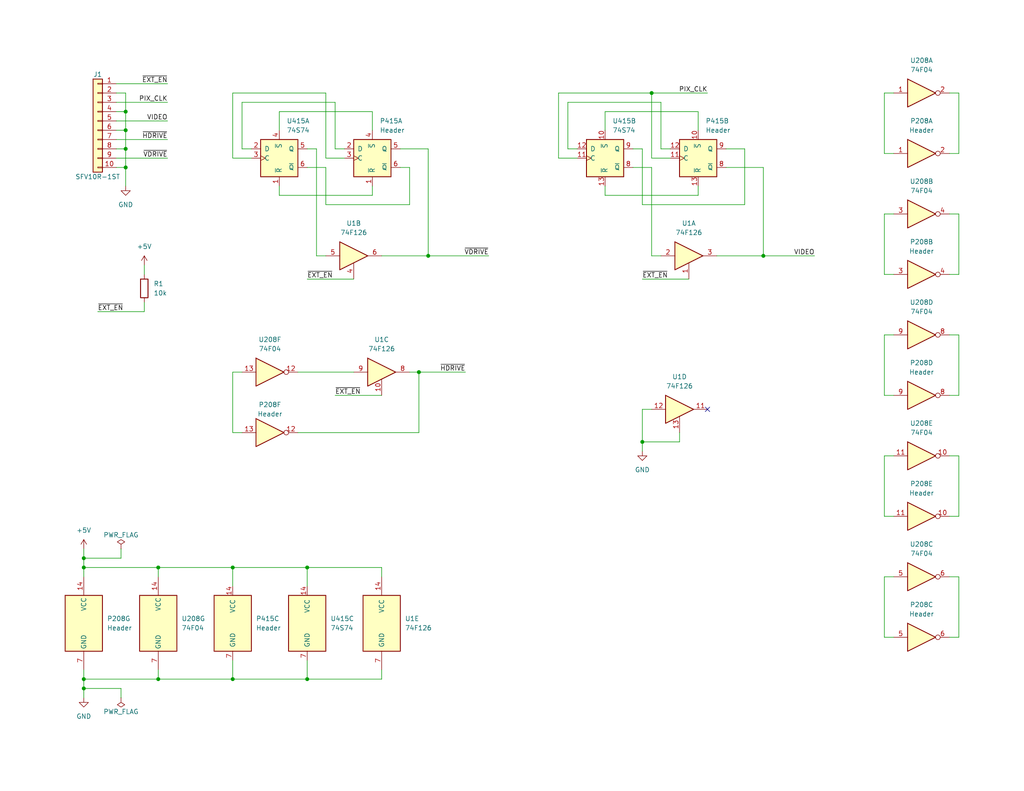
<source format=kicad_sch>
(kicad_sch (version 20211123) (generator eeschema)
  (paper "USLetter")
  (title_block (title "1240-Pi Display Board Mod") (date "2022-05-21") (rev "1.1") (company "© 2022 Sam Hanes, licensed under CERN-OHL-S v2+") (comment 1 "https://github.com/Elemecca/1240pi"))
  (lib_symbols
    (symbol "74xx:74HC04"
      (property "Reference" "U" (at 0 1.27 0))
      (property "Value" "74HC04" (at 0 -1.27 0))
      (symbol "74HC04_1_0"
        (polyline (pts (xy -3.81 3.81) (xy -3.81 -3.81) (xy 3.81 0) (xy -3.81 3.81)) (stroke (width 0.254)) (fill (type background)))
        (pin input line (at -7.62 0 0) (length 3.81) (name "~") (number "1"))
        (pin output inverted (at 7.62 0 180) (length 3.81) (name "~") (number "2"))
      )
      (symbol "74HC04_2_0"
        (polyline (pts (xy -3.81 3.81) (xy -3.81 -3.81) (xy 3.81 0) (xy -3.81 3.81)) (stroke (width 0.254)) (fill (type background)))
        (pin input line (at -7.62 0 0) (length 3.81) (name "~") (number "3"))
        (pin output inverted (at 7.62 0 180) (length 3.81) (name "~") (number "4"))
      )
      (symbol "74HC04_3_0"
        (polyline (pts (xy -3.81 3.81) (xy -3.81 -3.81) (xy 3.81 0) (xy -3.81 3.81)) (stroke (width 0.254)) (fill (type background)))
        (pin input line (at -7.62 0 0) (length 3.81) (name "~") (number "5"))
        (pin output inverted (at 7.62 0 180) (length 3.81) (name "~") (number "6"))
      )
      (symbol "74HC04_4_0"
        (polyline (pts (xy -3.81 3.81) (xy -3.81 -3.81) (xy 3.81 0) (xy -3.81 3.81)) (stroke (width 0.254)) (fill (type background)))
        (pin output inverted (at 7.62 0 180) (length 3.81) (name "~") (number "8"))
        (pin input line (at -7.62 0 0) (length 3.81) (name "~") (number "9"))
      )
      (symbol "74HC04_5_0"
        (polyline (pts (xy -3.81 3.81) (xy -3.81 -3.81) (xy 3.81 0) (xy -3.81 3.81)) (stroke (width 0.254)) (fill (type background)))
        (pin output inverted (at 7.62 0 180) (length 3.81) (name "~") (number "10"))
        (pin input line (at -7.62 0 0) (length 3.81) (name "~") (number "11"))
      )
      (symbol "74HC04_6_0"
        (polyline (pts (xy -3.81 3.81) (xy -3.81 -3.81) (xy 3.81 0) (xy -3.81 3.81)) (stroke (width 0.254)) (fill (type background)))
        (pin output inverted (at 7.62 0 180) (length 3.81) (name "~") (number "12"))
        (pin input line (at -7.62 0 0) (length 3.81) (name "~") (number "13"))
      )
      (symbol "74HC04_7_0"
        (pin power_in line (at 0 12.7 270) (length 5.08) (name "VCC") (number "14"))
        (pin power_in line (at 0 -12.7 90) (length 5.08) (name "GND") (number "7"))
      )
      (symbol "74HC04_7_1"
        (rectangle (start -5.08 7.62) (end 5.08 -7.62) (stroke (width 0.254)) (fill (type background)))
      )
    )
    (symbol "74xx:74HC74" (pin_names (offset 1.016))
      (property "Reference" "U" (at -7.62 8.89 0))
      (property "Value" "74HC74" (at -7.62 -8.89 0))
      (symbol "74HC74_1_0"
        (pin input line (at 0 -7.62 90) (length 2.54) (name "~{R}") (number "1"))
        (pin input line (at -7.62 2.54 0) (length 2.54) (name "D") (number "2"))
        (pin input clock (at -7.62 0 0) (length 2.54) (name "C") (number "3"))
        (pin input line (at 0 7.62 270) (length 2.54) (name "~{S}") (number "4"))
        (pin output line (at 7.62 2.54 180) (length 2.54) (name "Q") (number "5"))
        (pin output line (at 7.62 -2.54 180) (length 2.54) (name "~{Q}") (number "6"))
      )
      (symbol "74HC74_1_1"
        (rectangle (start -5.08 5.08) (end 5.08 -5.08) (stroke (width 0.254)) (fill (type background)))
      )
      (symbol "74HC74_2_0"
        (pin input line (at 0 7.62 270) (length 2.54) (name "~{S}") (number "10"))
        (pin input clock (at -7.62 0 0) (length 2.54) (name "C") (number "11"))
        (pin input line (at -7.62 2.54 0) (length 2.54) (name "D") (number "12"))
        (pin input line (at 0 -7.62 90) (length 2.54) (name "~{R}") (number "13"))
        (pin output line (at 7.62 -2.54 180) (length 2.54) (name "~{Q}") (number "8"))
        (pin output line (at 7.62 2.54 180) (length 2.54) (name "Q") (number "9"))
      )
      (symbol "74HC74_2_1"
        (rectangle (start -5.08 5.08) (end 5.08 -5.08) (stroke (width 0.254)) (fill (type background)))
      )
      (symbol "74HC74_3_0"
        (pin power_in line (at 0 10.16 270) (length 2.54) (name "VCC") (number "14"))
        (pin power_in line (at 0 -10.16 90) (length 2.54) (name "GND") (number "7"))
      )
      (symbol "74HC74_3_1"
        (rectangle (start -5.08 7.62) (end 5.08 -7.62) (stroke (width 0.254)) (fill (type background)))
      )
    )
    (symbol "74xx:74LS126" (pin_names (offset 1.016))
      (property "Reference" "U" (at 0 1.27 0))
      (property "Value" "74LS126" (at 0 -1.27 0))
      (symbol "74LS126_1_0"
        (polyline (pts (xy -3.81 3.81) (xy -3.81 -3.81) (xy 3.81 0) (xy -3.81 3.81)) (stroke (width 0.254)) (fill (type background)))
        (pin input line (at 0 -6.35 90) (length 4.445) (name "~") (number "1"))
        (pin input line (at -7.62 0 0) (length 3.81) (name "~") (number "2"))
        (pin tri_state line (at 7.62 0 180) (length 3.81) (name "~") (number "3"))
      )
      (symbol "74LS126_2_0"
        (polyline (pts (xy -3.81 3.81) (xy -3.81 -3.81) (xy 3.81 0) (xy -3.81 3.81)) (stroke (width 0.254)) (fill (type background)))
        (pin input line (at 0 -6.35 90) (length 4.445) (name "~") (number "4"))
        (pin input line (at -7.62 0 0) (length 3.81) (name "~") (number "5"))
        (pin tri_state line (at 7.62 0 180) (length 3.81) (name "~") (number "6"))
      )
      (symbol "74LS126_3_0"
        (polyline (pts (xy -3.81 3.81) (xy -3.81 -3.81) (xy 3.81 0) (xy -3.81 3.81)) (stroke (width 0.254)) (fill (type background)))
        (pin input line (at 0 -6.35 90) (length 4.445) (name "~") (number "10"))
        (pin tri_state line (at 7.62 0 180) (length 3.81) (name "~") (number "8"))
        (pin input line (at -7.62 0 0) (length 3.81) (name "~") (number "9"))
      )
      (symbol "74LS126_4_0"
        (polyline (pts (xy -3.81 3.81) (xy -3.81 -3.81) (xy 3.81 0) (xy -3.81 3.81)) (stroke (width 0.254)) (fill (type background)))
        (pin tri_state line (at 7.62 0 180) (length 3.81) (name "~") (number "11"))
        (pin input line (at -7.62 0 0) (length 3.81) (name "~") (number "12"))
        (pin input line (at 0 -6.35 90) (length 4.445) (name "~") (number "13"))
      )
      (symbol "74LS126_5_0"
        (pin power_in line (at 0 12.7 270) (length 5.08) (name "VCC") (number "14"))
        (pin power_in line (at 0 -12.7 90) (length 5.08) (name "GND") (number "7"))
      )
      (symbol "74LS126_5_1"
        (rectangle (start -5.08 7.62) (end 5.08 -7.62) (stroke (width 0.254)) (fill (type background)))
      )
    )
    (symbol "Connector_Generic:Conn_01x10" (pin_names (offset 1.016) hide)
      (property "Reference" "J" (at 0 12.7 0))
      (property "Value" "Conn_01x10" (at 0 -15.24 0))
      (symbol "Conn_01x10_1_1"
        (rectangle (start -1.27 -12.573) (end 0 -12.827) (stroke (width 0.1524)))
        (rectangle (start -1.27 -10.033) (end 0 -10.287) (stroke (width 0.1524)))
        (rectangle (start -1.27 -7.493) (end 0 -7.747) (stroke (width 0.1524)))
        (rectangle (start -1.27 -4.953) (end 0 -5.207) (stroke (width 0.1524)))
        (rectangle (start -1.27 -2.413) (end 0 -2.667) (stroke (width 0.1524)))
        (rectangle (start -1.27 0.127) (end 0 -0.127) (stroke (width 0.1524)))
        (rectangle (start -1.27 2.667) (end 0 2.413) (stroke (width 0.1524)))
        (rectangle (start -1.27 5.207) (end 0 4.953) (stroke (width 0.1524)))
        (rectangle (start -1.27 7.747) (end 0 7.493) (stroke (width 0.1524)))
        (rectangle (start -1.27 10.287) (end 0 10.033) (stroke (width 0.1524)))
        (rectangle (start -1.27 11.43) (end 1.27 -13.97) (stroke (width 0.254)) (fill (type background)))
        (pin passive line (at -5.08 10.16 0) (length 3.81) (name "Pin_1") (number "1"))
        (pin passive line (at -5.08 -12.7 0) (length 3.81) (name "Pin_10") (number "10"))
        (pin passive line (at -5.08 7.62 0) (length 3.81) (name "Pin_2") (number "2"))
        (pin passive line (at -5.08 5.08 0) (length 3.81) (name "Pin_3") (number "3"))
        (pin passive line (at -5.08 2.54 0) (length 3.81) (name "Pin_4") (number "4"))
        (pin passive line (at -5.08 0 0) (length 3.81) (name "Pin_5") (number "5"))
        (pin passive line (at -5.08 -2.54 0) (length 3.81) (name "Pin_6") (number "6"))
        (pin passive line (at -5.08 -5.08 0) (length 3.81) (name "Pin_7") (number "7"))
        (pin passive line (at -5.08 -7.62 0) (length 3.81) (name "Pin_8") (number "8"))
        (pin passive line (at -5.08 -10.16 0) (length 3.81) (name "Pin_9") (number "9"))
      )
    )
    (symbol "Device:R" (pin_numbers hide) (pin_names (offset 0))
      (property "Reference" "R" (at 2.032 0 90))
      (property "Value" "R" (at 0 0 90))
      (symbol "R_0_1"
        (rectangle (start -1.016 -2.54) (end 1.016 2.54) (stroke (width 0.254)))
      )
      (symbol "R_1_1"
        (pin passive line (at 0 3.81 270) (length 1.27) (name "~") (number "1"))
        (pin passive line (at 0 -3.81 90) (length 1.27) (name "~") (number "2"))
      )
    )
    (symbol "power:+5V" (power) (pin_names (offset 0))
      (property "Value" "+5V" (at 0 3.556 0))
      (symbol "+5V_0_1"
        (polyline (pts (xy -0.762 1.27) (xy 0 2.54)))
        (polyline (pts (xy 0 0) (xy 0 2.54)))
        (polyline (pts (xy 0 2.54) (xy 0.762 1.27)))
      )
      (symbol "+5V_1_1"
        (pin power_in line (at 0 0 90) (length 0) hide (name "+5V") (number "1"))
      )
    )
    (symbol "power:GND" (power) (pin_names (offset 0))
      (property "Value" "GND" (at 0 -3.81 0))
      (symbol "GND_0_1"
        (polyline (pts (xy 0 0) (xy 0 -1.27) (xy 1.27 -1.27) (xy 0 -2.54) (xy -1.27 -1.27) (xy 0 -1.27)))
      )
      (symbol "GND_1_1"
        (pin power_in line (at 0 0 270) (length 0) hide (name "GND") (number "1"))
      )
    )
    (symbol "power:PWR_FLAG" (power) (pin_numbers hide) (pin_names (offset 0) hide)
      (property "Value" "PWR_FLAG" (at 0 3.81 0))
      (symbol "PWR_FLAG_0_0"
        (pin power_out line (at 0 0 90) (length 0) (name "pwr") (number "1"))
      )
      (symbol "PWR_FLAG_0_1"
        (polyline (pts (xy 0 0) (xy 0 1.27) (xy -1.016 1.905) (xy 0 2.54) (xy 1.016 1.905) (xy 0 1.27)))
      )
    )
  )
  (junction (at 22.86 187.96))
  (junction (at 34.29 30.48))
  (junction (at 34.29 35.56))
  (junction (at 63.5 154.94))
  (junction (at 116.84 69.85))
  (junction (at 83.82 185.42))
  (junction (at 22.86 152.4))
  (junction (at 34.29 40.64))
  (junction (at 175.26 120.65))
  (junction (at 22.86 185.42))
  (junction (at 208.28 69.85))
  (junction (at 114.3 101.6))
  (junction (at 83.82 154.94))
  (junction (at 22.86 154.94))
  (junction (at 34.29 45.72))
  (junction (at 177.8 25.4))
  (junction (at 43.18 154.94))
  (junction (at 63.5 185.42))
  (junction (at 43.18 185.42))
  (no_connect (at 193.04 111.76))
  (wire (pts (xy 31.75 33.02) (xy 45.72 33.02)))
  (wire (pts (xy 177.8 25.4) (xy 177.8 43.18)))
  (wire (pts (xy 88.9 43.18) (xy 93.98 43.18)))
  (wire (pts (xy 34.29 35.56) (xy 34.29 30.48)))
  (wire (pts (xy 86.36 40.64) (xy 83.82 40.64)))
  (wire (pts (xy 22.86 182.88) (xy 22.86 185.42)))
  (wire (pts (xy 63.5 154.94) (xy 63.5 160.02)))
  (wire (pts (xy 175.26 40.64) (xy 175.26 55.88)))
  (wire (pts (xy 88.9 55.88) (xy 111.76 55.88)))
  (wire (pts (xy 91.44 27.94) (xy 91.44 40.64)))
  (wire (pts (xy 34.29 40.64) (xy 34.29 35.56)))
  (wire (pts (xy 190.5 30.48) (xy 190.5 35.56)))
  (wire (pts (xy 243.84 91.44) (xy 241.3 91.44)))
  (wire (pts (xy 63.5 185.42) (xy 83.82 185.42)))
  (wire (pts (xy 243.84 58.42) (xy 241.3 58.42)))
  (wire (pts (xy 175.26 55.88) (xy 203.2 55.88)))
  (wire (pts (xy 243.84 25.4) (xy 241.3 25.4)))
  (wire (pts (xy 241.3 107.95) (xy 243.84 107.95)))
  (wire (pts (xy 33.02 190.5) (xy 33.02 187.96)))
  (wire (pts (xy 241.3 124.46) (xy 241.3 140.97)))
  (wire (pts (xy 31.75 35.56) (xy 34.29 35.56)))
  (wire (pts (xy 83.82 45.72) (xy 88.9 45.72)))
  (wire (pts (xy 31.75 38.1) (xy 45.72 38.1)))
  (wire (pts (xy 76.2 53.34) (xy 101.6 53.34)))
  (wire (pts (xy 88.9 45.72) (xy 88.9 55.88)))
  (wire (pts (xy 261.62 173.99) (xy 261.62 157.48)))
  (wire (pts (xy 180.34 27.94) (xy 180.34 40.64)))
  (wire (pts (xy 83.82 154.94) (xy 104.14 154.94)))
  (wire (pts (xy 116.84 40.64) (xy 109.22 40.64)))
  (wire (pts (xy 83.82 154.94) (xy 83.82 160.02)))
  (wire (pts (xy 177.8 45.72) (xy 177.8 69.85)))
  (wire (pts (xy 190.5 53.34) (xy 190.5 50.8)))
  (wire (pts (xy 22.86 185.42) (xy 43.18 185.42)))
  (wire (pts (xy 63.5 101.6) (xy 63.5 118.11)))
  (wire (pts (xy 104.14 185.42) (xy 104.14 182.88)))
  (wire (pts (xy 63.5 25.4) (xy 88.9 25.4)))
  (wire (pts (xy 33.02 187.96) (xy 22.86 187.96)))
  (wire (pts (xy 114.3 101.6) (xy 111.76 101.6)))
  (wire (pts (xy 259.08 107.95) (xy 261.62 107.95)))
  (wire (pts (xy 154.94 40.64) (xy 154.94 27.94)))
  (wire (pts (xy 91.44 107.95) (xy 104.14 107.95)))
  (wire (pts (xy 261.62 41.91) (xy 259.08 41.91)))
  (wire (pts (xy 63.5 43.18) (xy 63.5 25.4)))
  (wire (pts (xy 175.26 111.76) (xy 177.8 111.76)))
  (wire (pts (xy 63.5 154.94) (xy 83.82 154.94)))
  (wire (pts (xy 185.42 120.65) (xy 185.42 118.11)))
  (wire (pts (xy 43.18 154.94) (xy 63.5 154.94)))
  (wire (pts (xy 34.29 30.48) (xy 34.29 25.4)))
  (wire (pts (xy 114.3 118.11) (xy 114.3 101.6)))
  (wire (pts (xy 76.2 50.8) (xy 76.2 53.34)))
  (wire (pts (xy 76.2 35.56) (xy 76.2 30.48)))
  (wire (pts (xy 63.5 180.34) (xy 63.5 185.42)))
  (wire (pts (xy 39.37 72.39) (xy 39.37 74.93)))
  (wire (pts (xy 83.82 180.34) (xy 83.82 185.42)))
  (wire (pts (xy 243.84 124.46) (xy 241.3 124.46)))
  (wire (pts (xy 101.6 53.34) (xy 101.6 50.8)))
  (wire (pts (xy 241.3 25.4) (xy 241.3 41.91)))
  (wire (pts (xy 34.29 45.72) (xy 34.29 40.64)))
  (wire (pts (xy 208.28 45.72) (xy 208.28 69.85)))
  (wire (pts (xy 31.75 22.86) (xy 45.72 22.86)))
  (wire (pts (xy 43.18 182.88) (xy 43.18 185.42)))
  (wire (pts (xy 63.5 118.11) (xy 66.04 118.11)))
  (wire (pts (xy 43.18 185.42) (xy 63.5 185.42)))
  (wire (pts (xy 66.04 40.64) (xy 66.04 27.94)))
  (wire (pts (xy 104.14 154.94) (xy 104.14 157.48)))
  (wire (pts (xy 31.75 43.18) (xy 45.72 43.18)))
  (wire (pts (xy 261.62 157.48) (xy 259.08 157.48)))
  (wire (pts (xy 261.62 58.42) (xy 261.62 74.93)))
  (wire (pts (xy 86.36 40.64) (xy 86.36 69.85)))
  (wire (pts (xy 165.1 50.8) (xy 165.1 53.34)))
  (wire (pts (xy 66.04 101.6) (xy 63.5 101.6)))
  (wire (pts (xy 177.8 25.4) (xy 193.04 25.4)))
  (wire (pts (xy 241.3 140.97) (xy 243.84 140.97)))
  (wire (pts (xy 22.86 149.86) (xy 22.86 152.4)))
  (wire (pts (xy 198.12 45.72) (xy 208.28 45.72)))
  (wire (pts (xy 76.2 30.48) (xy 101.6 30.48)))
  (wire (pts (xy 81.28 118.11) (xy 114.3 118.11)))
  (wire (pts (xy 261.62 107.95) (xy 261.62 91.44)))
  (wire (pts (xy 114.3 101.6) (xy 127 101.6)))
  (wire (pts (xy 241.3 41.91) (xy 243.84 41.91)))
  (wire (pts (xy 259.08 25.4) (xy 261.62 25.4)))
  (wire (pts (xy 157.48 40.64) (xy 154.94 40.64)))
  (wire (pts (xy 66.04 27.94) (xy 91.44 27.94)))
  (wire (pts (xy 81.28 101.6) (xy 96.52 101.6)))
  (wire (pts (xy 152.4 25.4) (xy 177.8 25.4)))
  (wire (pts (xy 22.86 185.42) (xy 22.86 187.96)))
  (wire (pts (xy 39.37 82.55) (xy 39.37 85.09)))
  (wire (pts (xy 86.36 69.85) (xy 88.9 69.85)))
  (wire (pts (xy 175.26 76.2) (xy 187.96 76.2)))
  (wire (pts (xy 208.28 69.85) (xy 222.25 69.85)))
  (wire (pts (xy 259.08 58.42) (xy 261.62 58.42)))
  (wire (pts (xy 261.62 140.97) (xy 259.08 140.97)))
  (wire (pts (xy 152.4 43.18) (xy 157.48 43.18)))
  (wire (pts (xy 104.14 69.85) (xy 116.84 69.85)))
  (wire (pts (xy 116.84 69.85) (xy 133.35 69.85)))
  (wire (pts (xy 68.58 43.18) (xy 63.5 43.18)))
  (wire (pts (xy 241.3 173.99) (xy 243.84 173.99)))
  (wire (pts (xy 111.76 45.72) (xy 109.22 45.72)))
  (wire (pts (xy 43.18 154.94) (xy 43.18 157.48)))
  (wire (pts (xy 31.75 45.72) (xy 34.29 45.72)))
  (wire (pts (xy 172.72 40.64) (xy 175.26 40.64)))
  (wire (pts (xy 22.86 157.48) (xy 22.86 154.94)))
  (wire (pts (xy 31.75 40.64) (xy 34.29 40.64)))
  (wire (pts (xy 68.58 40.64) (xy 66.04 40.64)))
  (wire (pts (xy 172.72 45.72) (xy 177.8 45.72)))
  (wire (pts (xy 116.84 40.64) (xy 116.84 69.85)))
  (wire (pts (xy 243.84 157.48) (xy 241.3 157.48)))
  (wire (pts (xy 175.26 120.65) (xy 175.26 123.19)))
  (wire (pts (xy 175.26 120.65) (xy 185.42 120.65)))
  (wire (pts (xy 154.94 27.94) (xy 180.34 27.94)))
  (wire (pts (xy 91.44 40.64) (xy 93.98 40.64)))
  (wire (pts (xy 241.3 157.48) (xy 241.3 173.99)))
  (wire (pts (xy 259.08 124.46) (xy 261.62 124.46)))
  (wire (pts (xy 152.4 43.18) (xy 152.4 25.4)))
  (wire (pts (xy 34.29 50.8) (xy 34.29 45.72)))
  (wire (pts (xy 83.82 76.2) (xy 96.52 76.2)))
  (wire (pts (xy 33.02 152.4) (xy 22.86 152.4)))
  (wire (pts (xy 22.86 187.96) (xy 22.86 190.5)))
  (wire (pts (xy 198.12 40.64) (xy 203.2 40.64)))
  (wire (pts (xy 175.26 111.76) (xy 175.26 120.65)))
  (wire (pts (xy 241.3 91.44) (xy 241.3 107.95)))
  (wire (pts (xy 31.75 27.94) (xy 45.72 27.94)))
  (wire (pts (xy 31.75 30.48) (xy 34.29 30.48)))
  (wire (pts (xy 261.62 25.4) (xy 261.62 41.91)))
  (wire (pts (xy 259.08 74.93) (xy 261.62 74.93)))
  (wire (pts (xy 111.76 55.88) (xy 111.76 45.72)))
  (wire (pts (xy 195.58 69.85) (xy 208.28 69.85)))
  (wire (pts (xy 203.2 55.88) (xy 203.2 40.64)))
  (wire (pts (xy 22.86 152.4) (xy 22.86 154.94)))
  (wire (pts (xy 33.02 149.86) (xy 33.02 152.4)))
  (wire (pts (xy 241.3 74.93) (xy 243.84 74.93)))
  (wire (pts (xy 22.86 154.94) (xy 43.18 154.94)))
  (wire (pts (xy 165.1 30.48) (xy 190.5 30.48)))
  (wire (pts (xy 259.08 173.99) (xy 261.62 173.99)))
  (wire (pts (xy 83.82 185.42) (xy 104.14 185.42)))
  (wire (pts (xy 261.62 91.44) (xy 259.08 91.44)))
  (wire (pts (xy 26.67 85.09) (xy 39.37 85.09)))
  (wire (pts (xy 180.34 40.64) (xy 182.88 40.64)))
  (wire (pts (xy 101.6 30.48) (xy 101.6 35.56)))
  (wire (pts (xy 261.62 124.46) (xy 261.62 140.97)))
  (wire (pts (xy 34.29 25.4) (xy 31.75 25.4)))
  (wire (pts (xy 177.8 69.85) (xy 180.34 69.85)))
  (wire (pts (xy 177.8 43.18) (xy 182.88 43.18)))
  (wire (pts (xy 165.1 53.34) (xy 190.5 53.34)))
  (wire (pts (xy 165.1 35.56) (xy 165.1 30.48)))
  (wire (pts (xy 88.9 25.4) (xy 88.9 43.18)))
  (wire (pts (xy 241.3 58.42) (xy 241.3 74.93)))
  (label "VIDEO" (at 45.72 33.02 180))
  (label "PIX_CLK" (at 45.72 27.94 180))
  (label "~{EXT_EN}" (at 91.44 107.95 0))
  (label "PIX_CLK" (at 193.04 25.4 180))
  (label "~{HDRIVE}" (at 45.72 38.1 180))
  (label "~{VDRIVE}" (at 133.35 69.85 180))
  (label "~{EXT_EN}" (at 45.72 22.86 180))
  (label "~{VDRIVE}" (at 45.72 43.18 180))
  (label "VIDEO" (at 222.25 69.85 180))
  (label "~{EXT_EN}" (at 83.82 76.2 0))
  (label "~{EXT_EN}" (at 175.26 76.2 0))
  (label "~{HDRIVE}" (at 127 101.6 180))
  (label "~{EXT_EN}" (at 26.67 85.09 0))
  (symbol (lib_id "74xx:74HC04") (at 251.46 124.46 0) (unit 5)
    (property "Reference" "U208" (at 251.46 115.57 0))
    (property "Value" "74F04" (at 251.46 118.11 0))
    (property "Footprint" "Package_DIP:DIP-14_W7.62mm" (effects hide))
    (property "Datasheet" "https://www.ti.com/lit/ds/symlink/sn74f04.pdf" (effects hide))
  )
  (symbol (lib_id "74xx:74HC04") (at 22.86 170.18 0) (unit 7)
    (property "Reference" "P208" (at 29.21 168.9099 0) (effects (justify left)))
    (property "Value" "Header" (at 29.21 171.4499 0) (effects (justify left)))
    (property "Footprint" "Package_DIP:DIP-14_W7.62mm" (effects hide))
    (property "Datasheet" "https://assets.nexperia.com/documents/data-sheet/74HC_HCT04.pdf" (effects hide))
  )
  (symbol (lib_id "74xx:74HC04") (at 251.46 173.99 0) (unit 3)
    (property "Reference" "P208" (at 251.46 165.1 0))
    (property "Value" "Header" (at 251.46 167.64 0))
    (property "Footprint" "Package_DIP:DIP-14_W7.62mm" (effects hide))
    (property "Datasheet" "https://assets.nexperia.com/documents/data-sheet/74HC_HCT04.pdf" (effects hide))
  )
  (symbol (lib_id "power:+5V") (at 22.86 149.86 0) (unit 1)
    (property "Reference" "#PWR0102" (effects hide))
    (property "Value" "+5V" (at 22.86 144.78 0))
  )
  (symbol (lib_id "74xx:74HC04") (at 251.46 140.97 0) (unit 5)
    (property "Reference" "P208" (at 251.46 132.08 0))
    (property "Value" "Header" (at 251.46 134.62 0))
    (property "Footprint" "Package_DIP:DIP-14_W7.62mm" (effects hide))
    (property "Datasheet" "https://assets.nexperia.com/documents/data-sheet/74HC_HCT04.pdf" (effects hide))
  )
  (symbol (lib_id "power:GND") (at 22.86 190.5 0) (unit 1)
    (property "Reference" "#PWR0101" (effects hide))
    (property "Value" "GND" (at 22.86 195.58 0))
  )
  (symbol (lib_id "74xx:74HC74") (at 63.5 170.18 0) (unit 3)
    (property "Reference" "P415" (at 69.85 168.9099 0) (effects (justify left)))
    (property "Value" "Header" (at 69.85 171.4499 0) (effects (justify left)))
    (property "Footprint" "Package_DIP:DIP-14_W7.62mm" (effects hide))
    (property "Datasheet" "74xx/74hc_hct74.pdf" (effects hide))
  )
  (symbol (lib_id "74xx:74HC74") (at 83.82 170.18 0) (unit 3)
    (property "Reference" "U415" (at 90.17 168.9099 0) (effects (justify left)))
    (property "Value" "74S74" (at 90.17 171.4499 0) (effects (justify left)))
    (property "Footprint" "Package_DIP:DIP-14_W7.62mm" (effects hide))
    (property "Datasheet" "https://www.ti.com/lit/ds/symlink/sn74s74.pdf" (effects hide))
  )
  (symbol (lib_id "74xx:74HC04") (at 251.46 107.95 0) (unit 4)
    (property "Reference" "P208" (at 251.46 99.06 0))
    (property "Value" "Header" (at 251.46 101.6 0))
    (property "Footprint" "Package_DIP:DIP-14_W7.62mm" (effects hide))
    (property "Datasheet" "https://assets.nexperia.com/documents/data-sheet/74HC_HCT04.pdf" (effects hide))
  )
  (symbol (lib_id "74xx:74HC74") (at 190.5 43.18 0) (unit 2)
    (property "Reference" "P415" (at 192.5194 33.02 0) (effects (justify left)))
    (property "Value" "Header" (at 192.5194 35.56 0) (effects (justify left)))
    (property "Footprint" "Package_DIP:DIP-14_W7.62mm" (effects hide))
    (property "Datasheet" "74xx/74hc_hct74.pdf" (effects hide))
  )
  (symbol (lib_id "74xx:74HC04") (at 251.46 157.48 0) (unit 3)
    (property "Reference" "U208" (at 251.46 148.59 0))
    (property "Value" "74F04" (at 251.46 151.13 0))
    (property "Footprint" "Package_DIP:DIP-14_W7.62mm" (effects hide))
    (property "Datasheet" "https://www.ti.com/lit/ds/symlink/sn74f04.pdf" (effects hide))
  )
  (symbol (lib_id "74xx:74HC04") (at 251.46 91.44 0) (unit 4)
    (property "Reference" "U208" (at 251.46 82.55 0))
    (property "Value" "74F04" (at 251.46 85.09 0))
    (property "Footprint" "Package_DIP:DIP-14_W7.62mm" (effects hide))
    (property "Datasheet" "https://www.ti.com/lit/ds/symlink/sn74f04.pdf" (effects hide))
  )
  (symbol (lib_id "74xx:74HC04") (at 73.66 118.11 0) (unit 6)
    (property "Reference" "P208" (at 73.66 110.49 0))
    (property "Value" "Header" (at 73.66 113.03 0))
    (property "Footprint" "Package_DIP:DIP-14_W7.62mm" (effects hide))
    (property "Datasheet" "https://assets.nexperia.com/documents/data-sheet/74HC_HCT04.pdf" (effects hide))
  )
  (symbol (lib_id "74xx:74HC04") (at 251.46 58.42 0) (unit 2)
    (property "Reference" "U208" (at 251.46 49.53 0))
    (property "Value" "74F04" (at 251.46 52.07 0))
    (property "Footprint" "Package_DIP:DIP-14_W7.62mm" (effects hide))
    (property "Datasheet" "https://www.ti.com/lit/ds/symlink/sn74f04.pdf" (effects hide))
  )
  (symbol (lib_id "74xx:74LS126") (at 104.14 170.18 0) (unit 5)
    (property "Reference" "U1" (at 110.49 168.9099 0) (effects (justify left)))
    (property "Value" "74F126" (at 110.49 171.4499 0) (effects (justify left)))
    (property "Footprint" "Package_DIP:DIP-14_W7.62mm" (effects hide))
    (property "Datasheet" "https://www.ti.com/lit/ds/symlink/sn74f126.pdf" (effects hide))
  )
  (symbol (lib_id "power:PWR_FLAG") (at 33.02 149.86 0) (unit 1)
    (property "Reference" "#FLG0102" (effects hide))
    (property "Value" "PWR_FLAG" (at 33.02 146.05 0))
  )
  (symbol (lib_id "74xx:74HC04") (at 73.66 101.6 0) (unit 6)
    (property "Reference" "U208" (at 73.66 92.71 0))
    (property "Value" "74F04" (at 73.66 95.25 0))
    (property "Footprint" "Package_DIP:DIP-14_W7.62mm" (effects hide))
    (property "Datasheet" "https://www.ti.com/lit/ds/symlink/sn74f04.pdf" (effects hide))
  )
  (symbol (lib_id "power:GND") (at 175.26 123.19 0) (unit 1)
    (property "Reference" "#PWR0105" (effects hide))
    (property "Value" "GND" (at 175.26 128.27 0))
  )
  (symbol (lib_id "power:GND") (at 34.29 50.8 0) (unit 1)
    (property "Reference" "#PWR0104" (effects hide))
    (property "Value" "GND" (at 34.29 55.88 0))
  )
  (symbol (lib_id "74xx:74HC74") (at 76.2 43.18 0) (unit 1)
    (property "Reference" "U415" (at 78.2194 33.02 0) (effects (justify left)))
    (property "Value" "74S74" (at 78.2194 35.56 0) (effects (justify left)))
    (property "Footprint" "Package_DIP:DIP-14_W7.62mm" (effects hide))
    (property "Datasheet" "https://www.ti.com/lit/ds/symlink/sn74s74.pdf" (effects hide))
  )
  (symbol (lib_id "74xx:74LS126") (at 185.42 111.76 0) (unit 4)
    (property "Reference" "U1" (at 185.42 102.87 0))
    (property "Value" "74F126" (at 185.42 105.41 0))
    (property "Footprint" "Package_DIP:DIP-14_W7.62mm" (effects hide))
    (property "Datasheet" "https://www.ti.com/lit/ds/symlink/sn74f126.pdf" (effects hide))
  )
  (symbol (lib_id "power:PWR_FLAG") (at 33.02 190.5 180) (unit 1)
    (property "Reference" "#FLG0101" (effects hide))
    (property "Value" "PWR_FLAG" (at 33.02 194.31 0))
  )
  (symbol (lib_id "74xx:74LS126") (at 104.14 101.6 0) (unit 3)
    (property "Reference" "U1" (at 104.14 92.71 0))
    (property "Value" "74F126" (at 104.14 95.25 0))
    (property "Footprint" "Package_DIP:DIP-14_W7.62mm" (effects hide))
    (property "Datasheet" "https://www.ti.com/lit/ds/symlink/sn74f126.pdf" (effects hide))
  )
  (symbol (lib_id "74xx:74HC04") (at 251.46 25.4 0) (unit 1)
    (property "Reference" "U208" (at 251.46 16.51 0))
    (property "Value" "74F04" (at 251.46 19.05 0))
    (property "Footprint" "Package_DIP:DIP-14_W7.62mm" (effects hide))
    (property "Datasheet" "https://www.ti.com/lit/ds/symlink/sn74f04.pdf" (effects hide))
  )
  (symbol (lib_id "Device:R") (at 39.37 78.74 0) (unit 1)
    (property "Reference" "R1" (at 41.91 77.4699 0) (effects (justify left)))
    (property "Value" "10k" (at 41.91 80.0099 0) (effects (justify left)))
    (property "Footprint" "Resistor_THT:R_Axial_DIN0207_L6.3mm_D2.5mm_P10.16mm_Horizontal" (effects hide))
  )
  (symbol (lib_id "74xx:74HC74") (at 165.1 43.18 0) (unit 2)
    (property "Reference" "U415" (at 167.1194 33.02 0) (effects (justify left)))
    (property "Value" "74S74" (at 167.1194 35.56 0) (effects (justify left)))
    (property "Footprint" "Package_DIP:DIP-14_W7.62mm" (effects hide))
    (property "Datasheet" "https://www.ti.com/lit/ds/symlink/sn74s74.pdf" (effects hide))
  )
  (symbol (lib_id "power:+5V") (at 39.37 72.39 0) (unit 1)
    (property "Reference" "#PWR0103" (effects hide))
    (property "Value" "+5V" (at 39.37 67.31 0))
  )
  (symbol (lib_id "74xx:74HC74") (at 101.6 43.18 0) (unit 1)
    (property "Reference" "P415" (at 103.6194 33.02 0) (effects (justify left)))
    (property "Value" "Header" (at 103.6194 35.56 0) (effects (justify left)))
    (property "Footprint" "Package_DIP:DIP-14_W7.62mm" (effects hide))
    (property "Datasheet" "74xx/74hc_hct74.pdf" (effects hide))
  )
  (symbol (lib_id "74xx:74LS126") (at 96.52 69.85 0) (unit 2)
    (property "Reference" "U1" (at 96.52 60.96 0))
    (property "Value" "74F126" (at 96.52 63.5 0))
    (property "Footprint" "Package_DIP:DIP-14_W7.62mm" (effects hide))
    (property "Datasheet" "https://www.ti.com/lit/ds/symlink/sn74f126.pdf" (effects hide))
  )
  (symbol (lib_id "Connector_Generic:Conn_01x10") (at 26.67 33.02 0) (mirror y) (unit 1)
    (property "Reference" "J1" (at 26.67 20.32 0))
    (property "Value" "SFV10R-1ST" (at 26.67 48.26 0))
    (property "Footprint" "0Local:Amphenol_SFV10R-1ST" (effects hide))
  )
  (symbol (lib_id "74xx:74HC04") (at 251.46 74.93 0) (unit 2)
    (property "Reference" "P208" (at 251.46 66.04 0))
    (property "Value" "Header" (at 251.46 68.58 0))
    (property "Footprint" "Package_DIP:DIP-14_W7.62mm" (effects hide))
    (property "Datasheet" "https://assets.nexperia.com/documents/data-sheet/74HC_HCT04.pdf" (effects hide))
  )
  (symbol (lib_id "74xx:74LS126") (at 187.96 69.85 0) (unit 1)
    (property "Reference" "U1" (at 187.96 60.96 0))
    (property "Value" "74F126" (at 187.96 63.5 0))
    (property "Footprint" "Package_DIP:DIP-14_W7.62mm" (effects hide))
    (property "Datasheet" "https://www.ti.com/lit/ds/symlink/sn74f126.pdf" (effects hide))
  )
  (symbol (lib_id "74xx:74HC04") (at 43.18 170.18 0) (unit 7)
    (property "Reference" "U208" (at 49.53 168.9099 0) (effects (justify left)))
    (property "Value" "74F04" (at 49.53 171.4499 0) (effects (justify left)))
    (property "Footprint" "Package_DIP:DIP-14_W7.62mm" (effects hide))
    (property "Datasheet" "https://www.ti.com/lit/ds/symlink/sn74f04.pdf" (effects hide))
  )
  (symbol (lib_id "74xx:74HC04") (at 251.46 41.91 0) (unit 1)
    (property "Reference" "P208" (at 251.46 33.02 0))
    (property "Value" "Header" (at 251.46 35.56 0))
    (property "Footprint" "Package_DIP:DIP-14_W7.62mm" (effects hide))
    (property "Datasheet" "https://assets.nexperia.com/documents/data-sheet/74HC_HCT04.pdf" (effects hide))
  )
)
</source>
